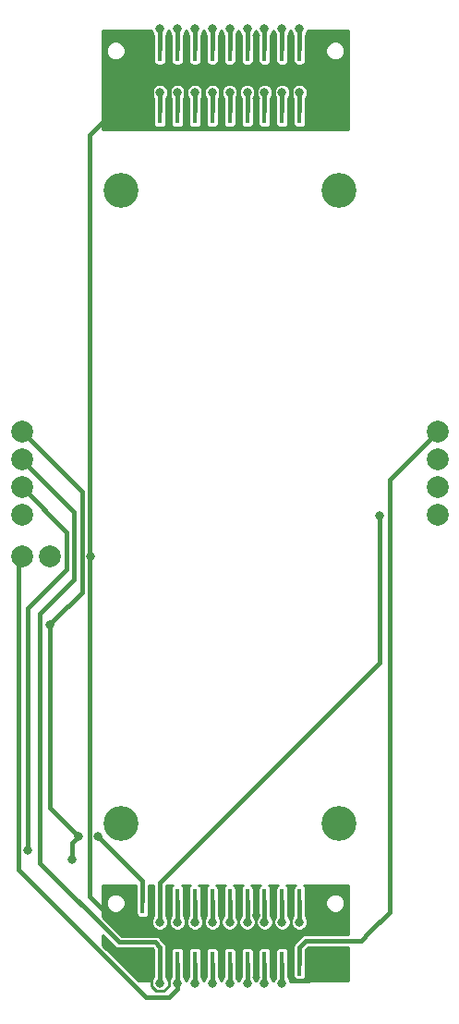
<source format=gbr>
G04 #@! TF.GenerationSoftware,KiCad,Pcbnew,5.0.2-bee76a0~70~ubuntu18.04.1*
G04 #@! TF.CreationDate,2019-05-09T10:07:15+02:00*
G04 #@! TF.ProjectId,smartcard,736d6172-7463-4617-9264-2e6b69636164,rev?*
G04 #@! TF.SameCoordinates,Original*
G04 #@! TF.FileFunction,Copper,L2,Bot*
G04 #@! TF.FilePolarity,Positive*
%FSLAX46Y46*%
G04 Gerber Fmt 4.6, Leading zero omitted, Abs format (unit mm)*
G04 Created by KiCad (PCBNEW 5.0.2-bee76a0~70~ubuntu18.04.1) date jeu. 09 mai 2019 10:07:15 CEST*
%MOMM*%
%LPD*%
G01*
G04 APERTURE LIST*
G04 #@! TA.AperFunction,ComponentPad*
%ADD10C,3.200000*%
G04 #@! TD*
G04 #@! TA.AperFunction,ComponentPad*
%ADD11C,2.000000*%
G04 #@! TD*
G04 #@! TA.AperFunction,SMDPad,CuDef*
%ADD12R,4.700000X0.430000*%
G04 #@! TD*
G04 #@! TA.AperFunction,SMDPad,CuDef*
%ADD13R,2.540000X0.430000*%
G04 #@! TD*
G04 #@! TA.AperFunction,SMDPad,CuDef*
%ADD14R,0.410000X2.270000*%
G04 #@! TD*
G04 #@! TA.AperFunction,ViaPad*
%ADD15C,0.800000*%
G04 #@! TD*
G04 #@! TA.AperFunction,Conductor*
%ADD16C,0.400000*%
G04 #@! TD*
G04 #@! TA.AperFunction,Conductor*
%ADD17C,0.250000*%
G04 #@! TD*
G04 #@! TA.AperFunction,Conductor*
%ADD18C,0.254000*%
G04 #@! TD*
G04 APERTURE END LIST*
D10*
G04 #@! TO.P,U1,~*
G04 #@! TO.N,N/C*
X122151017Y-133011027D03*
X102151017Y-133011027D03*
X102151017Y-75011027D03*
X122151017Y-75011027D03*
D11*
G04 #@! TO.P,U1,5*
G04 #@! TO.N,GNDA*
X131201017Y-97131027D03*
G04 #@! TO.P,U1,6*
G04 #@! TO.N,Net-(U1-Pad6)*
X131201017Y-99671027D03*
G04 #@! TO.P,U1,7*
G04 #@! TO.N,/D0_IO*
X131201017Y-102211027D03*
G04 #@! TO.P,U1,8*
G04 #@! TO.N,Net-(U1-Pad8)*
X131201017Y-104751027D03*
G04 #@! TO.P,U1,1*
G04 #@! TO.N,+3V3*
X93101017Y-97131027D03*
G04 #@! TO.P,U1,2*
G04 #@! TO.N,/D1_~RST~*
X93101017Y-99671027D03*
G04 #@! TO.P,U1,3*
G04 #@! TO.N,/D2_CLK*
X93101017Y-102211027D03*
G04 #@! TO.P,U1,4*
G04 #@! TO.N,Net-(U1-Pad4)*
X93101017Y-104751027D03*
G04 #@! TO.P,U1,9*
G04 #@! TO.N,/D3_SENSE*
X93101017Y-108561027D03*
G04 #@! TO.P,U1,10*
G04 #@! TO.N,GND*
X95641017Y-108561027D03*
G04 #@! TD*
D12*
G04 #@! TO.P,P2,G3*
G04 #@! TO.N,GND*
X108576017Y-64876027D03*
G04 #@! TO.P,P2,G2*
X114926017Y-64876027D03*
D13*
G04 #@! TO.P,P2,G4*
X103686017Y-64876027D03*
D14*
G04 #@! TO.P,P2,38*
X104951017Y-62011027D03*
G04 #@! TO.P,P2,34*
X106551017Y-62011027D03*
G04 #@! TO.P,P2,36*
G04 #@! TO.N,Net-(P2-Pad36)*
X105751017Y-62011027D03*
G04 #@! TO.P,P2,40*
G04 #@! TO.N,GND*
X104151017Y-62011027D03*
G04 #@! TO.P,P2,32*
G04 #@! TO.N,Net-(P2-Pad32)*
X107351017Y-62011027D03*
G04 #@! TO.P,P2,35*
G04 #@! TO.N,Net-(P2-Pad35)*
X105751017Y-67741027D03*
G04 #@! TO.P,P2,33*
G04 #@! TO.N,GND*
X106551017Y-67741027D03*
G04 #@! TO.P,P2,31*
G04 #@! TO.N,Net-(P2-Pad31)*
X107351017Y-67741027D03*
G04 #@! TO.P,P2,37*
G04 #@! TO.N,GND*
X104951017Y-67741027D03*
G04 #@! TO.P,P2,39*
X104151017Y-67741027D03*
D13*
G04 #@! TO.P,P2,G1*
X119816017Y-64876027D03*
D14*
G04 #@! TO.P,P2,18*
X112951017Y-62011027D03*
G04 #@! TO.P,P2,26*
X109751017Y-62011027D03*
G04 #@! TO.P,P2,14*
X114551017Y-62011027D03*
G04 #@! TO.P,P2,6*
X117751017Y-62011027D03*
G04 #@! TO.P,P2,20*
G04 #@! TO.N,Net-(P2-Pad20)*
X112151017Y-62011027D03*
G04 #@! TO.P,P2,2*
G04 #@! TO.N,GND*
X119351017Y-62011027D03*
G04 #@! TO.P,P2,24*
G04 #@! TO.N,Net-(P2-Pad24)*
X110551017Y-62011027D03*
G04 #@! TO.P,P2,12*
G04 #@! TO.N,Net-(P2-Pad12)*
X115351017Y-62011027D03*
G04 #@! TO.P,P2,16*
G04 #@! TO.N,Net-(P2-Pad16)*
X113751017Y-62011027D03*
G04 #@! TO.P,P2,4*
G04 #@! TO.N,Net-(P2-Pad4)*
X118551017Y-62011027D03*
G04 #@! TO.P,P2,22*
G04 #@! TO.N,GND*
X111351017Y-62011027D03*
G04 #@! TO.P,P2,8*
G04 #@! TO.N,Net-(P2-Pad8)*
X116951017Y-62011027D03*
G04 #@! TO.P,P2,28*
G04 #@! TO.N,Net-(P2-Pad28)*
X108951017Y-62011027D03*
G04 #@! TO.P,P2,30*
G04 #@! TO.N,GND*
X108151017Y-62011027D03*
G04 #@! TO.P,P2,10*
X116151017Y-62011027D03*
G04 #@! TO.P,P2,27*
G04 #@! TO.N,Net-(P2-Pad27)*
X108951017Y-67741027D03*
G04 #@! TO.P,P2,23*
G04 #@! TO.N,Net-(P2-Pad23)*
X110551017Y-67741027D03*
G04 #@! TO.P,P2,29*
G04 #@! TO.N,GND*
X108151017Y-67741027D03*
G04 #@! TO.P,P2,21*
X111351017Y-67741027D03*
G04 #@! TO.P,P2,25*
X109751017Y-67741027D03*
G04 #@! TO.P,P2,15*
G04 #@! TO.N,Net-(P2-Pad15)*
X113751017Y-67741027D03*
G04 #@! TO.P,P2,11*
G04 #@! TO.N,Net-(P2-Pad11)*
X115351017Y-67741027D03*
G04 #@! TO.P,P2,13*
G04 #@! TO.N,GND*
X114551017Y-67741027D03*
G04 #@! TO.P,P2,17*
X112951017Y-67741027D03*
G04 #@! TO.P,P2,19*
G04 #@! TO.N,Net-(P2-Pad19)*
X112151017Y-67741027D03*
G04 #@! TO.P,P2,9*
G04 #@! TO.N,GND*
X116151017Y-67741027D03*
G04 #@! TO.P,P2,5*
X117751017Y-67741027D03*
G04 #@! TO.P,P2,7*
G04 #@! TO.N,Net-(P2-Pad7)*
X116951017Y-67741027D03*
G04 #@! TO.P,P2,1*
G04 #@! TO.N,GND*
X119351017Y-67741027D03*
G04 #@! TO.P,P2,3*
G04 #@! TO.N,Net-(P2-Pad3)*
X118551017Y-67741027D03*
G04 #@! TD*
D12*
G04 #@! TO.P,P1,G3*
G04 #@! TO.N,GND*
X108576017Y-142976027D03*
G04 #@! TO.P,P1,G2*
X114926017Y-142976027D03*
D13*
G04 #@! TO.P,P1,G4*
X103686017Y-142976027D03*
D14*
G04 #@! TO.P,P1,38*
X104951017Y-140111027D03*
G04 #@! TO.P,P1,34*
X106551017Y-140111027D03*
G04 #@! TO.P,P1,36*
G04 #@! TO.N,/D0_IO*
X105751017Y-140111027D03*
G04 #@! TO.P,P1,40*
G04 #@! TO.N,+3V3*
X104151017Y-140111027D03*
G04 #@! TO.P,P1,32*
G04 #@! TO.N,/D2_CLK*
X107351017Y-140111027D03*
G04 #@! TO.P,P1,35*
G04 #@! TO.N,/D1_~RST~*
X105751017Y-145841027D03*
G04 #@! TO.P,P1,33*
G04 #@! TO.N,GND*
X106551017Y-145841027D03*
G04 #@! TO.P,P1,31*
G04 #@! TO.N,/D3_SENSE*
X107351017Y-145841027D03*
G04 #@! TO.P,P1,37*
G04 #@! TO.N,GND*
X104951017Y-145841027D03*
G04 #@! TO.P,P1,39*
X104151017Y-145841027D03*
D13*
G04 #@! TO.P,P1,G1*
X119816017Y-142976027D03*
D14*
G04 #@! TO.P,P1,18*
X112951017Y-140111027D03*
G04 #@! TO.P,P1,26*
X109751017Y-140111027D03*
G04 #@! TO.P,P1,14*
X114551017Y-140111027D03*
G04 #@! TO.P,P1,6*
X117751017Y-140111027D03*
G04 #@! TO.P,P1,20*
G04 #@! TO.N,Net-(P1-Pad20)*
X112151017Y-140111027D03*
G04 #@! TO.P,P1,2*
G04 #@! TO.N,GND*
X119351017Y-140111027D03*
G04 #@! TO.P,P1,24*
G04 #@! TO.N,Net-(P1-Pad24)*
X110551017Y-140111027D03*
G04 #@! TO.P,P1,12*
G04 #@! TO.N,Net-(P1-Pad12)*
X115351017Y-140111027D03*
G04 #@! TO.P,P1,16*
G04 #@! TO.N,Net-(P1-Pad16)*
X113751017Y-140111027D03*
G04 #@! TO.P,P1,4*
G04 #@! TO.N,Net-(P1-Pad4)*
X118551017Y-140111027D03*
G04 #@! TO.P,P1,22*
G04 #@! TO.N,GND*
X111351017Y-140111027D03*
G04 #@! TO.P,P1,8*
G04 #@! TO.N,Net-(P1-Pad8)*
X116951017Y-140111027D03*
G04 #@! TO.P,P1,28*
G04 #@! TO.N,Net-(P1-Pad28)*
X108951017Y-140111027D03*
G04 #@! TO.P,P1,30*
G04 #@! TO.N,GND*
X108151017Y-140111027D03*
G04 #@! TO.P,P1,10*
X116151017Y-140111027D03*
G04 #@! TO.P,P1,27*
G04 #@! TO.N,Net-(P1-Pad27)*
X108951017Y-145841027D03*
G04 #@! TO.P,P1,23*
G04 #@! TO.N,Net-(P1-Pad23)*
X110551017Y-145841027D03*
G04 #@! TO.P,P1,29*
G04 #@! TO.N,GND*
X108151017Y-145841027D03*
G04 #@! TO.P,P1,21*
X111351017Y-145841027D03*
G04 #@! TO.P,P1,25*
X109751017Y-145841027D03*
G04 #@! TO.P,P1,15*
G04 #@! TO.N,Net-(P1-Pad15)*
X113751017Y-145841027D03*
G04 #@! TO.P,P1,11*
G04 #@! TO.N,Net-(P1-Pad11)*
X115351017Y-145841027D03*
G04 #@! TO.P,P1,13*
G04 #@! TO.N,GND*
X114551017Y-145841027D03*
G04 #@! TO.P,P1,17*
X112951017Y-145841027D03*
G04 #@! TO.P,P1,19*
G04 #@! TO.N,Net-(P1-Pad19)*
X112151017Y-145841027D03*
G04 #@! TO.P,P1,9*
G04 #@! TO.N,GND*
X116151017Y-145841027D03*
G04 #@! TO.P,P1,5*
X117751017Y-145841027D03*
G04 #@! TO.P,P1,7*
G04 #@! TO.N,Net-(P1-Pad7)*
X116951017Y-145841027D03*
G04 #@! TO.P,P1,1*
G04 #@! TO.N,GND*
X119351017Y-145841027D03*
G04 #@! TO.P,P1,3*
G04 #@! TO.N,GNDA*
X118551017Y-145841027D03*
G04 #@! TD*
D15*
G04 #@! TO.N,Net-(P1-Pad7)*
X116951017Y-147611027D03*
G04 #@! TO.N,Net-(P1-Pad19)*
X112151017Y-147611027D03*
G04 #@! TO.N,Net-(P1-Pad11)*
X115351017Y-147611027D03*
G04 #@! TO.N,Net-(P1-Pad15)*
X113751017Y-147611027D03*
G04 #@! TO.N,Net-(P1-Pad23)*
X110551017Y-147611027D03*
G04 #@! TO.N,Net-(P1-Pad27)*
X108951017Y-147611027D03*
G04 #@! TO.N,Net-(P1-Pad28)*
X108951017Y-142011027D03*
G04 #@! TO.N,Net-(P1-Pad8)*
X116951017Y-142011027D03*
G04 #@! TO.N,Net-(P1-Pad4)*
X118551017Y-142011027D03*
G04 #@! TO.N,Net-(P1-Pad16)*
X113751017Y-142011027D03*
G04 #@! TO.N,Net-(P1-Pad12)*
X115351017Y-142011027D03*
G04 #@! TO.N,Net-(P1-Pad24)*
X110551017Y-142011027D03*
G04 #@! TO.N,Net-(P1-Pad20)*
X112151017Y-142011027D03*
G04 #@! TO.N,+3V3*
X95641017Y-114784027D03*
X98270017Y-134215027D03*
X97701017Y-136285023D03*
X100101027Y-134215027D03*
G04 #@! TO.N,Net-(P2-Pad36)*
X105751017Y-60211027D03*
G04 #@! TO.N,Net-(P2-Pad32)*
X107351017Y-60211027D03*
G04 #@! TO.N,Net-(P2-Pad35)*
X105751017Y-66011027D03*
G04 #@! TO.N,Net-(P2-Pad31)*
X107351017Y-66011027D03*
G04 #@! TO.N,Net-(P2-Pad20)*
X112151017Y-60211027D03*
G04 #@! TO.N,Net-(P2-Pad24)*
X110551017Y-60211027D03*
G04 #@! TO.N,Net-(P2-Pad12)*
X115351017Y-60211027D03*
G04 #@! TO.N,Net-(P2-Pad16)*
X113751017Y-60211027D03*
G04 #@! TO.N,Net-(P2-Pad4)*
X118551017Y-60211027D03*
G04 #@! TO.N,Net-(P2-Pad8)*
X116951017Y-60211027D03*
G04 #@! TO.N,Net-(P2-Pad28)*
X108951017Y-60211027D03*
G04 #@! TO.N,Net-(P2-Pad27)*
X108951017Y-66011027D03*
G04 #@! TO.N,Net-(P2-Pad23)*
X110551017Y-66011027D03*
G04 #@! TO.N,Net-(P2-Pad15)*
X113751017Y-66011027D03*
G04 #@! TO.N,Net-(P2-Pad11)*
X115351017Y-66011027D03*
G04 #@! TO.N,Net-(P2-Pad19)*
X112151017Y-66011027D03*
G04 #@! TO.N,Net-(P2-Pad7)*
X116951017Y-66011027D03*
G04 #@! TO.N,Net-(P2-Pad3)*
X118551017Y-66011027D03*
G04 #@! TO.N,GND*
X99401017Y-108531027D03*
G04 #@! TO.N,/D0_IO*
X105751017Y-142011027D03*
X125901017Y-104831027D03*
G04 #@! TO.N,/D2_CLK*
X107351017Y-142011027D03*
X93609017Y-135485023D03*
G04 #@! TO.N,/D1_~RST~*
X105751017Y-147611027D03*
G04 #@! TO.N,/D3_SENSE*
X107351017Y-147611027D03*
G04 #@! TD*
D16*
G04 #@! TO.N,GNDA*
X118551017Y-145841027D02*
X118551017Y-144306027D01*
X125001017Y-142931027D02*
X124201017Y-143731027D01*
X119126017Y-143731027D02*
X118551017Y-144306027D01*
X124201017Y-143731027D02*
X119126017Y-143731027D01*
X131201017Y-97131027D02*
X126801017Y-101531027D01*
X126801017Y-141131027D02*
X125001017Y-142931027D01*
X126801017Y-101531027D02*
X126801017Y-141131027D01*
G04 #@! TO.N,Net-(P1-Pad7)*
X116951017Y-145841027D02*
X116951017Y-147611027D01*
G04 #@! TO.N,Net-(P1-Pad19)*
X112151017Y-145841027D02*
X112151017Y-147611027D01*
G04 #@! TO.N,Net-(P1-Pad11)*
X115351017Y-145841027D02*
X115351017Y-147611027D01*
G04 #@! TO.N,Net-(P1-Pad15)*
X113751017Y-145841027D02*
X113751017Y-147611027D01*
G04 #@! TO.N,Net-(P1-Pad23)*
X110551017Y-145841027D02*
X110551017Y-147611027D01*
G04 #@! TO.N,Net-(P1-Pad27)*
X108951017Y-145841027D02*
X108951017Y-147611027D01*
G04 #@! TO.N,Net-(P1-Pad28)*
X108951017Y-140111027D02*
X108951017Y-142011027D01*
G04 #@! TO.N,Net-(P1-Pad8)*
X116951017Y-140111027D02*
X116951017Y-142011027D01*
G04 #@! TO.N,Net-(P1-Pad4)*
X118551017Y-140111027D02*
X118551017Y-142011027D01*
G04 #@! TO.N,Net-(P1-Pad16)*
X113751017Y-140111027D02*
X113751017Y-142011027D01*
G04 #@! TO.N,Net-(P1-Pad12)*
X115351017Y-140111027D02*
X115351017Y-142011027D01*
G04 #@! TO.N,Net-(P1-Pad24)*
X110551017Y-140111027D02*
X110551017Y-142011027D01*
G04 #@! TO.N,Net-(P1-Pad20)*
X112151017Y-140111027D02*
X112151017Y-142011027D01*
G04 #@! TO.N,+3V3*
X104151017Y-140111027D02*
X104151017Y-139181027D01*
X95641017Y-131586027D02*
X95641017Y-129770027D01*
X98270017Y-134215027D02*
X95641017Y-131586027D01*
X95641017Y-130066027D02*
X95641017Y-129770027D01*
X95641017Y-129770027D02*
X95641017Y-114784027D01*
X97701017Y-134784027D02*
X98270017Y-134215027D01*
X97701017Y-136285023D02*
X97701017Y-134784027D01*
X104151017Y-138265017D02*
X100501026Y-134615026D01*
X100501026Y-134615026D02*
X100101027Y-134215027D01*
X104151017Y-140111027D02*
X104151017Y-138265017D01*
X96041016Y-114384028D02*
X95641017Y-114784027D01*
X98601017Y-111824027D02*
X96041016Y-114384028D01*
X93101017Y-97131027D02*
X98601017Y-102631027D01*
X98601017Y-102631027D02*
X98601017Y-111824027D01*
G04 #@! TO.N,Net-(P2-Pad36)*
X105751017Y-62011027D02*
X105751017Y-60211027D01*
G04 #@! TO.N,Net-(P2-Pad32)*
X107351017Y-62011027D02*
X107351017Y-60211027D01*
G04 #@! TO.N,Net-(P2-Pad35)*
X105751017Y-67741027D02*
X105751017Y-66011027D01*
G04 #@! TO.N,Net-(P2-Pad31)*
X107351017Y-67741027D02*
X107351017Y-66011027D01*
G04 #@! TO.N,Net-(P2-Pad20)*
X112151017Y-62011027D02*
X112151017Y-60211027D01*
G04 #@! TO.N,Net-(P2-Pad24)*
X110551017Y-62011027D02*
X110551017Y-60211027D01*
G04 #@! TO.N,Net-(P2-Pad12)*
X115351017Y-62011027D02*
X115351017Y-60211027D01*
G04 #@! TO.N,Net-(P2-Pad16)*
X113751017Y-62011027D02*
X113751017Y-60211027D01*
G04 #@! TO.N,Net-(P2-Pad4)*
X118551017Y-62011027D02*
X118551017Y-60211027D01*
G04 #@! TO.N,Net-(P2-Pad8)*
X116951017Y-62011027D02*
X116951017Y-60211027D01*
G04 #@! TO.N,Net-(P2-Pad28)*
X108951017Y-62011027D02*
X108951017Y-60211027D01*
G04 #@! TO.N,Net-(P2-Pad27)*
X108951017Y-67741027D02*
X108951017Y-66011027D01*
G04 #@! TO.N,Net-(P2-Pad23)*
X110551017Y-67741027D02*
X110551017Y-66011027D01*
G04 #@! TO.N,Net-(P2-Pad15)*
X113751017Y-67741027D02*
X113751017Y-66011027D01*
G04 #@! TO.N,Net-(P2-Pad11)*
X115351017Y-67741027D02*
X115351017Y-66011027D01*
G04 #@! TO.N,Net-(P2-Pad19)*
X112151017Y-67741027D02*
X112151017Y-66011027D01*
G04 #@! TO.N,Net-(P2-Pad7)*
X116951017Y-67741027D02*
X116951017Y-66011027D01*
G04 #@! TO.N,Net-(P2-Pad3)*
X118551017Y-67741027D02*
X118551017Y-66011027D01*
G04 #@! TO.N,GND*
X104151017Y-62011027D02*
X104151017Y-67741027D01*
X106551017Y-65627025D02*
X106551017Y-62011027D01*
X106551017Y-67741027D02*
X106551017Y-65627025D01*
X108151017Y-67741027D02*
X108151017Y-62011027D01*
X109751017Y-67741027D02*
X109751017Y-66011027D01*
X109751017Y-66011027D02*
X109751017Y-62011027D01*
X111351017Y-67741027D02*
X111351017Y-62011027D01*
X112951017Y-66811027D02*
X112951017Y-62011027D01*
X112951017Y-67741027D02*
X112951017Y-66811027D01*
X114551017Y-67741027D02*
X114551017Y-62011027D01*
X116151017Y-67741027D02*
X116151017Y-62011027D01*
X117751017Y-67741027D02*
X117751017Y-62011027D01*
X119351017Y-67741027D02*
X119351017Y-62611027D01*
X109751017Y-140111027D02*
X109751017Y-141211027D01*
X119351016Y-147376028D02*
X117751017Y-147376027D01*
X117751017Y-147376027D02*
X117751017Y-145841027D01*
X119351017Y-145841027D02*
X119351016Y-147376028D01*
D17*
X104886017Y-64876027D02*
X104951017Y-64811027D01*
X103686017Y-64876027D02*
X104886017Y-64876027D01*
D16*
X104951017Y-62011027D02*
X104951017Y-64811027D01*
X104951017Y-64811027D02*
X104951017Y-67741027D01*
X108576017Y-64876027D02*
X103686017Y-64876027D01*
X103686017Y-142976027D02*
X104916017Y-142976027D01*
X104916017Y-142976027D02*
X104951017Y-143011027D01*
X114926017Y-142976027D02*
X115570019Y-142976027D01*
X114926017Y-142976027D02*
X112176017Y-142976027D01*
D17*
X104951017Y-147226027D02*
X104951017Y-145841027D01*
X104951017Y-147884029D02*
X104951017Y-147226027D01*
X105403016Y-148336028D02*
X104951017Y-147884029D01*
X106099018Y-148336028D02*
X105403016Y-148336028D01*
X106551017Y-147884029D02*
X106099018Y-148336028D01*
X106551017Y-145841027D02*
X106551017Y-147884029D01*
D16*
X99301017Y-108631027D02*
X99401017Y-108531027D01*
X99301017Y-139646027D02*
X99301017Y-108631027D01*
X103686017Y-142976027D02*
X102631017Y-142976027D01*
X102631017Y-142976027D02*
X99301017Y-139646027D01*
X103686017Y-65491027D02*
X103686017Y-64876027D01*
X99301017Y-69876027D02*
X103686017Y-65491027D01*
X99401017Y-108531027D02*
X99301017Y-108431027D01*
X99301017Y-108431027D02*
X99301017Y-69876027D01*
G04 #@! TO.N,/D0_IO*
X105751017Y-140111027D02*
X105751017Y-142011027D01*
X125901017Y-112931027D02*
X125901017Y-104831027D01*
X125901017Y-118231027D02*
X125901017Y-112931027D01*
X105751017Y-140111027D02*
X105751017Y-138381027D01*
X105751017Y-138381027D02*
X125901017Y-118231027D01*
G04 #@! TO.N,/D2_CLK*
X107351017Y-140111027D02*
X107351017Y-142011027D01*
X93609017Y-134919338D02*
X93609017Y-135485023D01*
X97201017Y-109708485D02*
X93609017Y-113300485D01*
X93101017Y-102211027D02*
X97201017Y-106311027D01*
X93609017Y-113300485D02*
X93609017Y-134919338D01*
X97201017Y-106311027D02*
X97201017Y-109708485D01*
G04 #@! TO.N,/D1_~RST~*
X105751017Y-145841027D02*
X105751017Y-147611027D01*
X94101016Y-100671026D02*
X93101017Y-99671027D01*
X97901017Y-104471027D02*
X94101016Y-100671026D01*
X97901017Y-110631027D02*
X97901017Y-104471027D01*
X105751017Y-145841027D02*
X105751017Y-144306027D01*
X94752017Y-136628027D02*
X94752017Y-113780027D01*
X105312017Y-143867027D02*
X101991017Y-143867027D01*
X94752017Y-113780027D02*
X97901017Y-110631027D01*
X105751017Y-144306027D02*
X105312017Y-143867027D01*
X101991017Y-143867027D02*
X94752017Y-136628027D01*
G04 #@! TO.N,/D3_SENSE*
X107351017Y-145841027D02*
X107351017Y-147611027D01*
X107351017Y-148181027D02*
X106601017Y-148931027D01*
X107351017Y-145841027D02*
X107351017Y-148181027D01*
X93101017Y-108731027D02*
X93101017Y-108561027D01*
X106601017Y-148931027D02*
X104501017Y-148931027D01*
X104501017Y-148931027D02*
X92801017Y-137231027D01*
X92801017Y-109031027D02*
X93101017Y-108731027D01*
X92801017Y-137231027D02*
X92801017Y-109031027D01*
G04 #@! TD*
D18*
G04 #@! TO.N,GND*
G36*
X101539727Y-144237395D02*
X101572140Y-144285904D01*
X101620649Y-144318317D01*
X101620650Y-144318318D01*
X101764322Y-144414317D01*
X101933795Y-144448027D01*
X101933799Y-144448027D01*
X101991017Y-144459408D01*
X102048235Y-144448027D01*
X105071360Y-144448027D01*
X105170018Y-144546685D01*
X105170018Y-144643362D01*
X105157553Y-144706027D01*
X105157553Y-146976027D01*
X105170018Y-147038691D01*
X105170018Y-147087525D01*
X105088917Y-147168626D01*
X104999695Y-147384027D01*
X103775675Y-147384027D01*
X100528017Y-144136369D01*
X100528017Y-143225685D01*
X101539727Y-144237395D01*
X101539727Y-144237395D01*
G37*
X101539727Y-144237395D02*
X101572140Y-144285904D01*
X101620649Y-144318317D01*
X101620650Y-144318318D01*
X101764322Y-144414317D01*
X101933795Y-144448027D01*
X101933799Y-144448027D01*
X101991017Y-144459408D01*
X102048235Y-144448027D01*
X105071360Y-144448027D01*
X105170018Y-144546685D01*
X105170018Y-144643362D01*
X105157553Y-144706027D01*
X105157553Y-146976027D01*
X105170018Y-147038691D01*
X105170018Y-147087525D01*
X105088917Y-147168626D01*
X104999695Y-147384027D01*
X103775675Y-147384027D01*
X100528017Y-144136369D01*
X100528017Y-143225685D01*
X101539727Y-144237395D01*
G36*
X103570018Y-138913363D02*
X103557553Y-138976027D01*
X103557553Y-141246027D01*
X103587123Y-141394686D01*
X103671331Y-141520713D01*
X103797358Y-141604921D01*
X103946017Y-141634491D01*
X104356017Y-141634491D01*
X104504676Y-141604921D01*
X104630703Y-141520713D01*
X104714911Y-141394686D01*
X104744481Y-141246027D01*
X104744481Y-138976027D01*
X104732017Y-138913366D01*
X104732017Y-138638027D01*
X105170018Y-138638027D01*
X105170018Y-138913363D01*
X105157553Y-138976027D01*
X105157553Y-141246027D01*
X105170018Y-141308691D01*
X105170018Y-141487525D01*
X105088917Y-141568626D01*
X104970017Y-141855676D01*
X104970017Y-142166378D01*
X105088917Y-142453428D01*
X105308616Y-142673127D01*
X105595666Y-142792027D01*
X105906368Y-142792027D01*
X106193418Y-142673127D01*
X106413117Y-142453428D01*
X106532017Y-142166378D01*
X106532017Y-141855676D01*
X106413117Y-141568626D01*
X106332017Y-141487526D01*
X106332017Y-141308688D01*
X106344481Y-141246027D01*
X106344481Y-138976027D01*
X106332017Y-138913366D01*
X106332017Y-138638027D01*
X106966088Y-138638027D01*
X106871331Y-138701341D01*
X106787123Y-138827368D01*
X106757553Y-138976027D01*
X106757553Y-141246027D01*
X106770018Y-141308691D01*
X106770018Y-141487525D01*
X106688917Y-141568626D01*
X106570017Y-141855676D01*
X106570017Y-142166378D01*
X106688917Y-142453428D01*
X106908616Y-142673127D01*
X107195666Y-142792027D01*
X107506368Y-142792027D01*
X107793418Y-142673127D01*
X108013117Y-142453428D01*
X108132017Y-142166378D01*
X108132017Y-141855676D01*
X108013117Y-141568626D01*
X107932017Y-141487526D01*
X107932017Y-141308688D01*
X107944481Y-141246027D01*
X107944481Y-138976027D01*
X107914911Y-138827368D01*
X107830703Y-138701341D01*
X107735946Y-138638027D01*
X108566088Y-138638027D01*
X108471331Y-138701341D01*
X108387123Y-138827368D01*
X108357553Y-138976027D01*
X108357553Y-141246027D01*
X108370018Y-141308691D01*
X108370018Y-141487525D01*
X108288917Y-141568626D01*
X108170017Y-141855676D01*
X108170017Y-142166378D01*
X108288917Y-142453428D01*
X108508616Y-142673127D01*
X108795666Y-142792027D01*
X109106368Y-142792027D01*
X109393418Y-142673127D01*
X109613117Y-142453428D01*
X109732017Y-142166378D01*
X109732017Y-141855676D01*
X109613117Y-141568626D01*
X109532017Y-141487526D01*
X109532017Y-141308688D01*
X109544481Y-141246027D01*
X109544481Y-138976027D01*
X109514911Y-138827368D01*
X109430703Y-138701341D01*
X109335946Y-138638027D01*
X110166088Y-138638027D01*
X110071331Y-138701341D01*
X109987123Y-138827368D01*
X109957553Y-138976027D01*
X109957553Y-141246027D01*
X109970018Y-141308691D01*
X109970018Y-141487525D01*
X109888917Y-141568626D01*
X109770017Y-141855676D01*
X109770017Y-142166378D01*
X109888917Y-142453428D01*
X110108616Y-142673127D01*
X110395666Y-142792027D01*
X110706368Y-142792027D01*
X110993418Y-142673127D01*
X111213117Y-142453428D01*
X111332017Y-142166378D01*
X111332017Y-141855676D01*
X111213117Y-141568626D01*
X111132017Y-141487526D01*
X111132017Y-141308688D01*
X111144481Y-141246027D01*
X111144481Y-138976027D01*
X111114911Y-138827368D01*
X111030703Y-138701341D01*
X110935946Y-138638027D01*
X111766088Y-138638027D01*
X111671331Y-138701341D01*
X111587123Y-138827368D01*
X111557553Y-138976027D01*
X111557553Y-141246027D01*
X111570018Y-141308691D01*
X111570018Y-141487525D01*
X111488917Y-141568626D01*
X111370017Y-141855676D01*
X111370017Y-142166378D01*
X111488917Y-142453428D01*
X111708616Y-142673127D01*
X111995666Y-142792027D01*
X112306368Y-142792027D01*
X112593418Y-142673127D01*
X112813117Y-142453428D01*
X112932017Y-142166378D01*
X112932017Y-141855676D01*
X112813117Y-141568626D01*
X112732017Y-141487526D01*
X112732017Y-141308688D01*
X112744481Y-141246027D01*
X112744481Y-138976027D01*
X112714911Y-138827368D01*
X112630703Y-138701341D01*
X112535946Y-138638027D01*
X113366088Y-138638027D01*
X113271331Y-138701341D01*
X113187123Y-138827368D01*
X113157553Y-138976027D01*
X113157553Y-141246027D01*
X113170018Y-141308691D01*
X113170018Y-141487525D01*
X113088917Y-141568626D01*
X112970017Y-141855676D01*
X112970017Y-142166378D01*
X113088917Y-142453428D01*
X113308616Y-142673127D01*
X113595666Y-142792027D01*
X113906368Y-142792027D01*
X114193418Y-142673127D01*
X114413117Y-142453428D01*
X114532017Y-142166378D01*
X114532017Y-141855676D01*
X114413117Y-141568626D01*
X114332017Y-141487526D01*
X114332017Y-141308688D01*
X114344481Y-141246027D01*
X114344481Y-138976027D01*
X114314911Y-138827368D01*
X114230703Y-138701341D01*
X114135946Y-138638027D01*
X114966088Y-138638027D01*
X114871331Y-138701341D01*
X114787123Y-138827368D01*
X114757553Y-138976027D01*
X114757553Y-141246027D01*
X114770018Y-141308691D01*
X114770018Y-141487525D01*
X114688917Y-141568626D01*
X114570017Y-141855676D01*
X114570017Y-142166378D01*
X114688917Y-142453428D01*
X114908616Y-142673127D01*
X115195666Y-142792027D01*
X115506368Y-142792027D01*
X115793418Y-142673127D01*
X116013117Y-142453428D01*
X116132017Y-142166378D01*
X116132017Y-141855676D01*
X116013117Y-141568626D01*
X115932017Y-141487526D01*
X115932017Y-141308688D01*
X115944481Y-141246027D01*
X115944481Y-138976027D01*
X115914911Y-138827368D01*
X115830703Y-138701341D01*
X115735946Y-138638027D01*
X116566088Y-138638027D01*
X116471331Y-138701341D01*
X116387123Y-138827368D01*
X116357553Y-138976027D01*
X116357553Y-141246027D01*
X116370018Y-141308691D01*
X116370018Y-141487525D01*
X116288917Y-141568626D01*
X116170017Y-141855676D01*
X116170017Y-142166378D01*
X116288917Y-142453428D01*
X116508616Y-142673127D01*
X116795666Y-142792027D01*
X117106368Y-142792027D01*
X117393418Y-142673127D01*
X117613117Y-142453428D01*
X117732017Y-142166378D01*
X117732017Y-141855676D01*
X117613117Y-141568626D01*
X117532017Y-141487526D01*
X117532017Y-141308688D01*
X117544481Y-141246027D01*
X117544481Y-138976027D01*
X117514911Y-138827368D01*
X117430703Y-138701341D01*
X117335946Y-138638027D01*
X118166088Y-138638027D01*
X118071331Y-138701341D01*
X117987123Y-138827368D01*
X117957553Y-138976027D01*
X117957553Y-141246027D01*
X117970018Y-141308691D01*
X117970018Y-141487525D01*
X117888917Y-141568626D01*
X117770017Y-141855676D01*
X117770017Y-142166378D01*
X117888917Y-142453428D01*
X118108616Y-142673127D01*
X118395666Y-142792027D01*
X118706368Y-142792027D01*
X118993418Y-142673127D01*
X119213117Y-142453428D01*
X119332017Y-142166378D01*
X119332017Y-141855676D01*
X119213117Y-141568626D01*
X119132017Y-141487526D01*
X119132017Y-141308688D01*
X119144481Y-141246027D01*
X119144481Y-140128796D01*
X120925017Y-140128796D01*
X120925017Y-140483258D01*
X121060663Y-140810738D01*
X121311306Y-141061381D01*
X121638786Y-141197027D01*
X121993248Y-141197027D01*
X122320728Y-141061381D01*
X122571371Y-140810738D01*
X122707017Y-140483258D01*
X122707017Y-140128796D01*
X122571371Y-139801316D01*
X122320728Y-139550673D01*
X121993248Y-139415027D01*
X121638786Y-139415027D01*
X121311306Y-139550673D01*
X121060663Y-139801316D01*
X120925017Y-140128796D01*
X119144481Y-140128796D01*
X119144481Y-138976027D01*
X119114911Y-138827368D01*
X119030703Y-138701341D01*
X118935946Y-138638027D01*
X123024017Y-138638027D01*
X123024017Y-143150027D01*
X119183235Y-143150027D01*
X119126017Y-143138646D01*
X119068799Y-143150027D01*
X119068795Y-143150027D01*
X118899322Y-143183737D01*
X118755650Y-143279736D01*
X118755649Y-143279737D01*
X118707140Y-143312150D01*
X118674727Y-143360659D01*
X118180649Y-143854737D01*
X118132141Y-143887150D01*
X118099728Y-143935659D01*
X118099726Y-143935661D01*
X118003727Y-144079333D01*
X117958636Y-144306027D01*
X117970018Y-144363249D01*
X117970018Y-144643362D01*
X117957553Y-144706027D01*
X117957553Y-146976027D01*
X117987123Y-147124686D01*
X118071331Y-147250713D01*
X118197358Y-147334921D01*
X118346017Y-147364491D01*
X118756017Y-147364491D01*
X118904676Y-147334921D01*
X119030703Y-147250713D01*
X119114911Y-147124686D01*
X119144481Y-146976027D01*
X119144481Y-144706027D01*
X119132017Y-144643366D01*
X119132017Y-144546684D01*
X119366675Y-144312027D01*
X123024017Y-144312027D01*
X123024017Y-147384027D01*
X117702339Y-147384027D01*
X117613117Y-147168626D01*
X117532017Y-147087526D01*
X117532017Y-147038688D01*
X117544481Y-146976027D01*
X117544481Y-144706027D01*
X117514911Y-144557368D01*
X117430703Y-144431341D01*
X117304676Y-144347133D01*
X117156017Y-144317563D01*
X116746017Y-144317563D01*
X116597358Y-144347133D01*
X116471331Y-144431341D01*
X116387123Y-144557368D01*
X116357553Y-144706027D01*
X116357553Y-146976027D01*
X116370018Y-147038691D01*
X116370018Y-147087525D01*
X116288917Y-147168626D01*
X116199695Y-147384027D01*
X116102339Y-147384027D01*
X116013117Y-147168626D01*
X115932017Y-147087526D01*
X115932017Y-147038688D01*
X115944481Y-146976027D01*
X115944481Y-144706027D01*
X115914911Y-144557368D01*
X115830703Y-144431341D01*
X115704676Y-144347133D01*
X115556017Y-144317563D01*
X115146017Y-144317563D01*
X114997358Y-144347133D01*
X114871331Y-144431341D01*
X114787123Y-144557368D01*
X114757553Y-144706027D01*
X114757553Y-146976027D01*
X114770018Y-147038691D01*
X114770018Y-147087525D01*
X114688917Y-147168626D01*
X114599695Y-147384027D01*
X114502339Y-147384027D01*
X114413117Y-147168626D01*
X114332017Y-147087526D01*
X114332017Y-147038688D01*
X114344481Y-146976027D01*
X114344481Y-144706027D01*
X114314911Y-144557368D01*
X114230703Y-144431341D01*
X114104676Y-144347133D01*
X113956017Y-144317563D01*
X113546017Y-144317563D01*
X113397358Y-144347133D01*
X113271331Y-144431341D01*
X113187123Y-144557368D01*
X113157553Y-144706027D01*
X113157553Y-146976027D01*
X113170018Y-147038691D01*
X113170018Y-147087525D01*
X113088917Y-147168626D01*
X112999695Y-147384027D01*
X112902339Y-147384027D01*
X112813117Y-147168626D01*
X112732017Y-147087526D01*
X112732017Y-147038688D01*
X112744481Y-146976027D01*
X112744481Y-144706027D01*
X112714911Y-144557368D01*
X112630703Y-144431341D01*
X112504676Y-144347133D01*
X112356017Y-144317563D01*
X111946017Y-144317563D01*
X111797358Y-144347133D01*
X111671331Y-144431341D01*
X111587123Y-144557368D01*
X111557553Y-144706027D01*
X111557553Y-146976027D01*
X111570018Y-147038691D01*
X111570018Y-147087525D01*
X111488917Y-147168626D01*
X111399695Y-147384027D01*
X111302339Y-147384027D01*
X111213117Y-147168626D01*
X111132017Y-147087526D01*
X111132017Y-147038688D01*
X111144481Y-146976027D01*
X111144481Y-144706027D01*
X111114911Y-144557368D01*
X111030703Y-144431341D01*
X110904676Y-144347133D01*
X110756017Y-144317563D01*
X110346017Y-144317563D01*
X110197358Y-144347133D01*
X110071331Y-144431341D01*
X109987123Y-144557368D01*
X109957553Y-144706027D01*
X109957553Y-146976027D01*
X109970018Y-147038691D01*
X109970018Y-147087525D01*
X109888917Y-147168626D01*
X109799695Y-147384027D01*
X109702339Y-147384027D01*
X109613117Y-147168626D01*
X109532017Y-147087526D01*
X109532017Y-147038688D01*
X109544481Y-146976027D01*
X109544481Y-144706027D01*
X109514911Y-144557368D01*
X109430703Y-144431341D01*
X109304676Y-144347133D01*
X109156017Y-144317563D01*
X108746017Y-144317563D01*
X108597358Y-144347133D01*
X108471331Y-144431341D01*
X108387123Y-144557368D01*
X108357553Y-144706027D01*
X108357553Y-146976027D01*
X108370018Y-147038691D01*
X108370018Y-147087525D01*
X108288917Y-147168626D01*
X108199695Y-147384027D01*
X108102339Y-147384027D01*
X108013117Y-147168626D01*
X107932017Y-147087526D01*
X107932017Y-147038688D01*
X107944481Y-146976027D01*
X107944481Y-144706027D01*
X107914911Y-144557368D01*
X107830703Y-144431341D01*
X107704676Y-144347133D01*
X107556017Y-144317563D01*
X107146017Y-144317563D01*
X106997358Y-144347133D01*
X106871331Y-144431341D01*
X106787123Y-144557368D01*
X106757553Y-144706027D01*
X106757553Y-146976027D01*
X106770018Y-147038691D01*
X106770018Y-147087525D01*
X106688917Y-147168626D01*
X106599695Y-147384027D01*
X106502339Y-147384027D01*
X106413117Y-147168626D01*
X106332017Y-147087526D01*
X106332017Y-147038688D01*
X106344481Y-146976027D01*
X106344481Y-144706027D01*
X106332017Y-144643366D01*
X106332017Y-144363245D01*
X106343398Y-144306027D01*
X106332017Y-144248809D01*
X106332017Y-144248805D01*
X106298307Y-144079332D01*
X106217049Y-143957722D01*
X106202308Y-143935660D01*
X106202307Y-143935659D01*
X106169894Y-143887150D01*
X106121385Y-143854737D01*
X105763309Y-143496661D01*
X105730894Y-143448150D01*
X105538712Y-143319737D01*
X105369239Y-143286027D01*
X105369235Y-143286027D01*
X105312017Y-143274646D01*
X105254799Y-143286027D01*
X102231675Y-143286027D01*
X100528017Y-141582369D01*
X100528017Y-140128796D01*
X100795017Y-140128796D01*
X100795017Y-140483258D01*
X100930663Y-140810738D01*
X101181306Y-141061381D01*
X101508786Y-141197027D01*
X101863248Y-141197027D01*
X102190728Y-141061381D01*
X102441371Y-140810738D01*
X102577017Y-140483258D01*
X102577017Y-140128796D01*
X102441371Y-139801316D01*
X102190728Y-139550673D01*
X101863248Y-139415027D01*
X101508786Y-139415027D01*
X101181306Y-139550673D01*
X100930663Y-139801316D01*
X100795017Y-140128796D01*
X100528017Y-140128796D01*
X100528017Y-138638027D01*
X103570018Y-138638027D01*
X103570018Y-138913363D01*
X103570018Y-138913363D01*
G37*
X103570018Y-138913363D02*
X103557553Y-138976027D01*
X103557553Y-141246027D01*
X103587123Y-141394686D01*
X103671331Y-141520713D01*
X103797358Y-141604921D01*
X103946017Y-141634491D01*
X104356017Y-141634491D01*
X104504676Y-141604921D01*
X104630703Y-141520713D01*
X104714911Y-141394686D01*
X104744481Y-141246027D01*
X104744481Y-138976027D01*
X104732017Y-138913366D01*
X104732017Y-138638027D01*
X105170018Y-138638027D01*
X105170018Y-138913363D01*
X105157553Y-138976027D01*
X105157553Y-141246027D01*
X105170018Y-141308691D01*
X105170018Y-141487525D01*
X105088917Y-141568626D01*
X104970017Y-141855676D01*
X104970017Y-142166378D01*
X105088917Y-142453428D01*
X105308616Y-142673127D01*
X105595666Y-142792027D01*
X105906368Y-142792027D01*
X106193418Y-142673127D01*
X106413117Y-142453428D01*
X106532017Y-142166378D01*
X106532017Y-141855676D01*
X106413117Y-141568626D01*
X106332017Y-141487526D01*
X106332017Y-141308688D01*
X106344481Y-141246027D01*
X106344481Y-138976027D01*
X106332017Y-138913366D01*
X106332017Y-138638027D01*
X106966088Y-138638027D01*
X106871331Y-138701341D01*
X106787123Y-138827368D01*
X106757553Y-138976027D01*
X106757553Y-141246027D01*
X106770018Y-141308691D01*
X106770018Y-141487525D01*
X106688917Y-141568626D01*
X106570017Y-141855676D01*
X106570017Y-142166378D01*
X106688917Y-142453428D01*
X106908616Y-142673127D01*
X107195666Y-142792027D01*
X107506368Y-142792027D01*
X107793418Y-142673127D01*
X108013117Y-142453428D01*
X108132017Y-142166378D01*
X108132017Y-141855676D01*
X108013117Y-141568626D01*
X107932017Y-141487526D01*
X107932017Y-141308688D01*
X107944481Y-141246027D01*
X107944481Y-138976027D01*
X107914911Y-138827368D01*
X107830703Y-138701341D01*
X107735946Y-138638027D01*
X108566088Y-138638027D01*
X108471331Y-138701341D01*
X108387123Y-138827368D01*
X108357553Y-138976027D01*
X108357553Y-141246027D01*
X108370018Y-141308691D01*
X108370018Y-141487525D01*
X108288917Y-141568626D01*
X108170017Y-141855676D01*
X108170017Y-142166378D01*
X108288917Y-142453428D01*
X108508616Y-142673127D01*
X108795666Y-142792027D01*
X109106368Y-142792027D01*
X109393418Y-142673127D01*
X109613117Y-142453428D01*
X109732017Y-142166378D01*
X109732017Y-141855676D01*
X109613117Y-141568626D01*
X109532017Y-141487526D01*
X109532017Y-141308688D01*
X109544481Y-141246027D01*
X109544481Y-138976027D01*
X109514911Y-138827368D01*
X109430703Y-138701341D01*
X109335946Y-138638027D01*
X110166088Y-138638027D01*
X110071331Y-138701341D01*
X109987123Y-138827368D01*
X109957553Y-138976027D01*
X109957553Y-141246027D01*
X109970018Y-141308691D01*
X109970018Y-141487525D01*
X109888917Y-141568626D01*
X109770017Y-141855676D01*
X109770017Y-142166378D01*
X109888917Y-142453428D01*
X110108616Y-142673127D01*
X110395666Y-142792027D01*
X110706368Y-142792027D01*
X110993418Y-142673127D01*
X111213117Y-142453428D01*
X111332017Y-142166378D01*
X111332017Y-141855676D01*
X111213117Y-141568626D01*
X111132017Y-141487526D01*
X111132017Y-141308688D01*
X111144481Y-141246027D01*
X111144481Y-138976027D01*
X111114911Y-138827368D01*
X111030703Y-138701341D01*
X110935946Y-138638027D01*
X111766088Y-138638027D01*
X111671331Y-138701341D01*
X111587123Y-138827368D01*
X111557553Y-138976027D01*
X111557553Y-141246027D01*
X111570018Y-141308691D01*
X111570018Y-141487525D01*
X111488917Y-141568626D01*
X111370017Y-141855676D01*
X111370017Y-142166378D01*
X111488917Y-142453428D01*
X111708616Y-142673127D01*
X111995666Y-142792027D01*
X112306368Y-142792027D01*
X112593418Y-142673127D01*
X112813117Y-142453428D01*
X112932017Y-142166378D01*
X112932017Y-141855676D01*
X112813117Y-141568626D01*
X112732017Y-141487526D01*
X112732017Y-141308688D01*
X112744481Y-141246027D01*
X112744481Y-138976027D01*
X112714911Y-138827368D01*
X112630703Y-138701341D01*
X112535946Y-138638027D01*
X113366088Y-138638027D01*
X113271331Y-138701341D01*
X113187123Y-138827368D01*
X113157553Y-138976027D01*
X113157553Y-141246027D01*
X113170018Y-141308691D01*
X113170018Y-141487525D01*
X113088917Y-141568626D01*
X112970017Y-141855676D01*
X112970017Y-142166378D01*
X113088917Y-142453428D01*
X113308616Y-142673127D01*
X113595666Y-142792027D01*
X113906368Y-142792027D01*
X114193418Y-142673127D01*
X114413117Y-142453428D01*
X114532017Y-142166378D01*
X114532017Y-141855676D01*
X114413117Y-141568626D01*
X114332017Y-141487526D01*
X114332017Y-141308688D01*
X114344481Y-141246027D01*
X114344481Y-138976027D01*
X114314911Y-138827368D01*
X114230703Y-138701341D01*
X114135946Y-138638027D01*
X114966088Y-138638027D01*
X114871331Y-138701341D01*
X114787123Y-138827368D01*
X114757553Y-138976027D01*
X114757553Y-141246027D01*
X114770018Y-141308691D01*
X114770018Y-141487525D01*
X114688917Y-141568626D01*
X114570017Y-141855676D01*
X114570017Y-142166378D01*
X114688917Y-142453428D01*
X114908616Y-142673127D01*
X115195666Y-142792027D01*
X115506368Y-142792027D01*
X115793418Y-142673127D01*
X116013117Y-142453428D01*
X116132017Y-142166378D01*
X116132017Y-141855676D01*
X116013117Y-141568626D01*
X115932017Y-141487526D01*
X115932017Y-141308688D01*
X115944481Y-141246027D01*
X115944481Y-138976027D01*
X115914911Y-138827368D01*
X115830703Y-138701341D01*
X115735946Y-138638027D01*
X116566088Y-138638027D01*
X116471331Y-138701341D01*
X116387123Y-138827368D01*
X116357553Y-138976027D01*
X116357553Y-141246027D01*
X116370018Y-141308691D01*
X116370018Y-141487525D01*
X116288917Y-141568626D01*
X116170017Y-141855676D01*
X116170017Y-142166378D01*
X116288917Y-142453428D01*
X116508616Y-142673127D01*
X116795666Y-142792027D01*
X117106368Y-142792027D01*
X117393418Y-142673127D01*
X117613117Y-142453428D01*
X117732017Y-142166378D01*
X117732017Y-141855676D01*
X117613117Y-141568626D01*
X117532017Y-141487526D01*
X117532017Y-141308688D01*
X117544481Y-141246027D01*
X117544481Y-138976027D01*
X117514911Y-138827368D01*
X117430703Y-138701341D01*
X117335946Y-138638027D01*
X118166088Y-138638027D01*
X118071331Y-138701341D01*
X117987123Y-138827368D01*
X117957553Y-138976027D01*
X117957553Y-141246027D01*
X117970018Y-141308691D01*
X117970018Y-141487525D01*
X117888917Y-141568626D01*
X117770017Y-141855676D01*
X117770017Y-142166378D01*
X117888917Y-142453428D01*
X118108616Y-142673127D01*
X118395666Y-142792027D01*
X118706368Y-142792027D01*
X118993418Y-142673127D01*
X119213117Y-142453428D01*
X119332017Y-142166378D01*
X119332017Y-141855676D01*
X119213117Y-141568626D01*
X119132017Y-141487526D01*
X119132017Y-141308688D01*
X119144481Y-141246027D01*
X119144481Y-140128796D01*
X120925017Y-140128796D01*
X120925017Y-140483258D01*
X121060663Y-140810738D01*
X121311306Y-141061381D01*
X121638786Y-141197027D01*
X121993248Y-141197027D01*
X122320728Y-141061381D01*
X122571371Y-140810738D01*
X122707017Y-140483258D01*
X122707017Y-140128796D01*
X122571371Y-139801316D01*
X122320728Y-139550673D01*
X121993248Y-139415027D01*
X121638786Y-139415027D01*
X121311306Y-139550673D01*
X121060663Y-139801316D01*
X120925017Y-140128796D01*
X119144481Y-140128796D01*
X119144481Y-138976027D01*
X119114911Y-138827368D01*
X119030703Y-138701341D01*
X118935946Y-138638027D01*
X123024017Y-138638027D01*
X123024017Y-143150027D01*
X119183235Y-143150027D01*
X119126017Y-143138646D01*
X119068799Y-143150027D01*
X119068795Y-143150027D01*
X118899322Y-143183737D01*
X118755650Y-143279736D01*
X118755649Y-143279737D01*
X118707140Y-143312150D01*
X118674727Y-143360659D01*
X118180649Y-143854737D01*
X118132141Y-143887150D01*
X118099728Y-143935659D01*
X118099726Y-143935661D01*
X118003727Y-144079333D01*
X117958636Y-144306027D01*
X117970018Y-144363249D01*
X117970018Y-144643362D01*
X117957553Y-144706027D01*
X117957553Y-146976027D01*
X117987123Y-147124686D01*
X118071331Y-147250713D01*
X118197358Y-147334921D01*
X118346017Y-147364491D01*
X118756017Y-147364491D01*
X118904676Y-147334921D01*
X119030703Y-147250713D01*
X119114911Y-147124686D01*
X119144481Y-146976027D01*
X119144481Y-144706027D01*
X119132017Y-144643366D01*
X119132017Y-144546684D01*
X119366675Y-144312027D01*
X123024017Y-144312027D01*
X123024017Y-147384027D01*
X117702339Y-147384027D01*
X117613117Y-147168626D01*
X117532017Y-147087526D01*
X117532017Y-147038688D01*
X117544481Y-146976027D01*
X117544481Y-144706027D01*
X117514911Y-144557368D01*
X117430703Y-144431341D01*
X117304676Y-144347133D01*
X117156017Y-144317563D01*
X116746017Y-144317563D01*
X116597358Y-144347133D01*
X116471331Y-144431341D01*
X116387123Y-144557368D01*
X116357553Y-144706027D01*
X116357553Y-146976027D01*
X116370018Y-147038691D01*
X116370018Y-147087525D01*
X116288917Y-147168626D01*
X116199695Y-147384027D01*
X116102339Y-147384027D01*
X116013117Y-147168626D01*
X115932017Y-147087526D01*
X115932017Y-147038688D01*
X115944481Y-146976027D01*
X115944481Y-144706027D01*
X115914911Y-144557368D01*
X115830703Y-144431341D01*
X115704676Y-144347133D01*
X115556017Y-144317563D01*
X115146017Y-144317563D01*
X114997358Y-144347133D01*
X114871331Y-144431341D01*
X114787123Y-144557368D01*
X114757553Y-144706027D01*
X114757553Y-146976027D01*
X114770018Y-147038691D01*
X114770018Y-147087525D01*
X114688917Y-147168626D01*
X114599695Y-147384027D01*
X114502339Y-147384027D01*
X114413117Y-147168626D01*
X114332017Y-147087526D01*
X114332017Y-147038688D01*
X114344481Y-146976027D01*
X114344481Y-144706027D01*
X114314911Y-144557368D01*
X114230703Y-144431341D01*
X114104676Y-144347133D01*
X113956017Y-144317563D01*
X113546017Y-144317563D01*
X113397358Y-144347133D01*
X113271331Y-144431341D01*
X113187123Y-144557368D01*
X113157553Y-144706027D01*
X113157553Y-146976027D01*
X113170018Y-147038691D01*
X113170018Y-147087525D01*
X113088917Y-147168626D01*
X112999695Y-147384027D01*
X112902339Y-147384027D01*
X112813117Y-147168626D01*
X112732017Y-147087526D01*
X112732017Y-147038688D01*
X112744481Y-146976027D01*
X112744481Y-144706027D01*
X112714911Y-144557368D01*
X112630703Y-144431341D01*
X112504676Y-144347133D01*
X112356017Y-144317563D01*
X111946017Y-144317563D01*
X111797358Y-144347133D01*
X111671331Y-144431341D01*
X111587123Y-144557368D01*
X111557553Y-144706027D01*
X111557553Y-146976027D01*
X111570018Y-147038691D01*
X111570018Y-147087525D01*
X111488917Y-147168626D01*
X111399695Y-147384027D01*
X111302339Y-147384027D01*
X111213117Y-147168626D01*
X111132017Y-147087526D01*
X111132017Y-147038688D01*
X111144481Y-146976027D01*
X111144481Y-144706027D01*
X111114911Y-144557368D01*
X111030703Y-144431341D01*
X110904676Y-144347133D01*
X110756017Y-144317563D01*
X110346017Y-144317563D01*
X110197358Y-144347133D01*
X110071331Y-144431341D01*
X109987123Y-144557368D01*
X109957553Y-144706027D01*
X109957553Y-146976027D01*
X109970018Y-147038691D01*
X109970018Y-147087525D01*
X109888917Y-147168626D01*
X109799695Y-147384027D01*
X109702339Y-147384027D01*
X109613117Y-147168626D01*
X109532017Y-147087526D01*
X109532017Y-147038688D01*
X109544481Y-146976027D01*
X109544481Y-144706027D01*
X109514911Y-144557368D01*
X109430703Y-144431341D01*
X109304676Y-144347133D01*
X109156017Y-144317563D01*
X108746017Y-144317563D01*
X108597358Y-144347133D01*
X108471331Y-144431341D01*
X108387123Y-144557368D01*
X108357553Y-144706027D01*
X108357553Y-146976027D01*
X108370018Y-147038691D01*
X108370018Y-147087525D01*
X108288917Y-147168626D01*
X108199695Y-147384027D01*
X108102339Y-147384027D01*
X108013117Y-147168626D01*
X107932017Y-147087526D01*
X107932017Y-147038688D01*
X107944481Y-146976027D01*
X107944481Y-144706027D01*
X107914911Y-144557368D01*
X107830703Y-144431341D01*
X107704676Y-144347133D01*
X107556017Y-144317563D01*
X107146017Y-144317563D01*
X106997358Y-144347133D01*
X106871331Y-144431341D01*
X106787123Y-144557368D01*
X106757553Y-144706027D01*
X106757553Y-146976027D01*
X106770018Y-147038691D01*
X106770018Y-147087525D01*
X106688917Y-147168626D01*
X106599695Y-147384027D01*
X106502339Y-147384027D01*
X106413117Y-147168626D01*
X106332017Y-147087526D01*
X106332017Y-147038688D01*
X106344481Y-146976027D01*
X106344481Y-144706027D01*
X106332017Y-144643366D01*
X106332017Y-144363245D01*
X106343398Y-144306027D01*
X106332017Y-144248809D01*
X106332017Y-144248805D01*
X106298307Y-144079332D01*
X106217049Y-143957722D01*
X106202308Y-143935660D01*
X106202307Y-143935659D01*
X106169894Y-143887150D01*
X106121385Y-143854737D01*
X105763309Y-143496661D01*
X105730894Y-143448150D01*
X105538712Y-143319737D01*
X105369239Y-143286027D01*
X105369235Y-143286027D01*
X105312017Y-143274646D01*
X105254799Y-143286027D01*
X102231675Y-143286027D01*
X100528017Y-141582369D01*
X100528017Y-140128796D01*
X100795017Y-140128796D01*
X100795017Y-140483258D01*
X100930663Y-140810738D01*
X101181306Y-141061381D01*
X101508786Y-141197027D01*
X101863248Y-141197027D01*
X102190728Y-141061381D01*
X102441371Y-140810738D01*
X102577017Y-140483258D01*
X102577017Y-140128796D01*
X102441371Y-139801316D01*
X102190728Y-139550673D01*
X101863248Y-139415027D01*
X101508786Y-139415027D01*
X101181306Y-139550673D01*
X100930663Y-139801316D01*
X100795017Y-140128796D01*
X100528017Y-140128796D01*
X100528017Y-138638027D01*
X103570018Y-138638027D01*
X103570018Y-138913363D01*
G36*
X105088917Y-60653428D02*
X105170018Y-60734529D01*
X105170018Y-60813363D01*
X105157553Y-60876027D01*
X105157553Y-63146027D01*
X105187123Y-63294686D01*
X105271331Y-63420713D01*
X105397358Y-63504921D01*
X105546017Y-63534491D01*
X105956017Y-63534491D01*
X106104676Y-63504921D01*
X106230703Y-63420713D01*
X106314911Y-63294686D01*
X106344481Y-63146027D01*
X106344481Y-60876027D01*
X106332017Y-60813366D01*
X106332017Y-60734528D01*
X106413117Y-60653428D01*
X106523050Y-60388027D01*
X106578984Y-60388027D01*
X106688917Y-60653428D01*
X106770018Y-60734529D01*
X106770018Y-60813363D01*
X106757553Y-60876027D01*
X106757553Y-63146027D01*
X106787123Y-63294686D01*
X106871331Y-63420713D01*
X106997358Y-63504921D01*
X107146017Y-63534491D01*
X107556017Y-63534491D01*
X107704676Y-63504921D01*
X107830703Y-63420713D01*
X107914911Y-63294686D01*
X107944481Y-63146027D01*
X107944481Y-60876027D01*
X107932017Y-60813366D01*
X107932017Y-60734528D01*
X108013117Y-60653428D01*
X108123050Y-60388027D01*
X108178984Y-60388027D01*
X108288917Y-60653428D01*
X108370018Y-60734529D01*
X108370018Y-60813363D01*
X108357553Y-60876027D01*
X108357553Y-63146027D01*
X108387123Y-63294686D01*
X108471331Y-63420713D01*
X108597358Y-63504921D01*
X108746017Y-63534491D01*
X109156017Y-63534491D01*
X109304676Y-63504921D01*
X109430703Y-63420713D01*
X109514911Y-63294686D01*
X109544481Y-63146027D01*
X109544481Y-60876027D01*
X109532017Y-60813366D01*
X109532017Y-60734528D01*
X109613117Y-60653428D01*
X109723050Y-60388027D01*
X109778984Y-60388027D01*
X109888917Y-60653428D01*
X109970018Y-60734529D01*
X109970018Y-60813363D01*
X109957553Y-60876027D01*
X109957553Y-63146027D01*
X109987123Y-63294686D01*
X110071331Y-63420713D01*
X110197358Y-63504921D01*
X110346017Y-63534491D01*
X110756017Y-63534491D01*
X110904676Y-63504921D01*
X111030703Y-63420713D01*
X111114911Y-63294686D01*
X111144481Y-63146027D01*
X111144481Y-60876027D01*
X111132017Y-60813366D01*
X111132017Y-60734528D01*
X111213117Y-60653428D01*
X111323050Y-60388027D01*
X111378984Y-60388027D01*
X111488917Y-60653428D01*
X111570018Y-60734529D01*
X111570018Y-60813363D01*
X111557553Y-60876027D01*
X111557553Y-63146027D01*
X111587123Y-63294686D01*
X111671331Y-63420713D01*
X111797358Y-63504921D01*
X111946017Y-63534491D01*
X112356017Y-63534491D01*
X112504676Y-63504921D01*
X112630703Y-63420713D01*
X112714911Y-63294686D01*
X112744481Y-63146027D01*
X112744481Y-60876027D01*
X112732017Y-60813366D01*
X112732017Y-60734528D01*
X112813117Y-60653428D01*
X112923050Y-60388027D01*
X112978984Y-60388027D01*
X113088917Y-60653428D01*
X113170018Y-60734529D01*
X113170018Y-60813363D01*
X113157553Y-60876027D01*
X113157553Y-63146027D01*
X113187123Y-63294686D01*
X113271331Y-63420713D01*
X113397358Y-63504921D01*
X113546017Y-63534491D01*
X113956017Y-63534491D01*
X114104676Y-63504921D01*
X114230703Y-63420713D01*
X114314911Y-63294686D01*
X114344481Y-63146027D01*
X114344481Y-60876027D01*
X114332017Y-60813366D01*
X114332017Y-60734528D01*
X114413117Y-60653428D01*
X114523050Y-60388027D01*
X114578984Y-60388027D01*
X114688917Y-60653428D01*
X114770018Y-60734529D01*
X114770018Y-60813363D01*
X114757553Y-60876027D01*
X114757553Y-63146027D01*
X114787123Y-63294686D01*
X114871331Y-63420713D01*
X114997358Y-63504921D01*
X115146017Y-63534491D01*
X115556017Y-63534491D01*
X115704676Y-63504921D01*
X115830703Y-63420713D01*
X115914911Y-63294686D01*
X115944481Y-63146027D01*
X115944481Y-60876027D01*
X115932017Y-60813366D01*
X115932017Y-60734528D01*
X116013117Y-60653428D01*
X116123050Y-60388027D01*
X116178984Y-60388027D01*
X116288917Y-60653428D01*
X116370018Y-60734529D01*
X116370018Y-60813363D01*
X116357553Y-60876027D01*
X116357553Y-63146027D01*
X116387123Y-63294686D01*
X116471331Y-63420713D01*
X116597358Y-63504921D01*
X116746017Y-63534491D01*
X117156017Y-63534491D01*
X117304676Y-63504921D01*
X117430703Y-63420713D01*
X117514911Y-63294686D01*
X117544481Y-63146027D01*
X117544481Y-60876027D01*
X117532017Y-60813366D01*
X117532017Y-60734528D01*
X117613117Y-60653428D01*
X117723050Y-60388027D01*
X117778984Y-60388027D01*
X117888917Y-60653428D01*
X117970018Y-60734529D01*
X117970018Y-60813363D01*
X117957553Y-60876027D01*
X117957553Y-63146027D01*
X117987123Y-63294686D01*
X118071331Y-63420713D01*
X118197358Y-63504921D01*
X118346017Y-63534491D01*
X118756017Y-63534491D01*
X118904676Y-63504921D01*
X119030703Y-63420713D01*
X119114911Y-63294686D01*
X119144481Y-63146027D01*
X119144481Y-62028796D01*
X120925017Y-62028796D01*
X120925017Y-62383258D01*
X121060663Y-62710738D01*
X121311306Y-62961381D01*
X121638786Y-63097027D01*
X121993248Y-63097027D01*
X122320728Y-62961381D01*
X122571371Y-62710738D01*
X122707017Y-62383258D01*
X122707017Y-62028796D01*
X122571371Y-61701316D01*
X122320728Y-61450673D01*
X121993248Y-61315027D01*
X121638786Y-61315027D01*
X121311306Y-61450673D01*
X121060663Y-61701316D01*
X120925017Y-62028796D01*
X119144481Y-62028796D01*
X119144481Y-60876027D01*
X119132017Y-60813366D01*
X119132017Y-60734528D01*
X119213117Y-60653428D01*
X119323050Y-60388027D01*
X123024017Y-60388027D01*
X123024017Y-69384027D01*
X100528017Y-69384027D01*
X100528017Y-65855676D01*
X104970017Y-65855676D01*
X104970017Y-66166378D01*
X105088917Y-66453428D01*
X105170018Y-66534529D01*
X105170018Y-66543363D01*
X105157553Y-66606027D01*
X105157553Y-68876027D01*
X105187123Y-69024686D01*
X105271331Y-69150713D01*
X105397358Y-69234921D01*
X105546017Y-69264491D01*
X105956017Y-69264491D01*
X106104676Y-69234921D01*
X106230703Y-69150713D01*
X106314911Y-69024686D01*
X106344481Y-68876027D01*
X106344481Y-66606027D01*
X106332017Y-66543366D01*
X106332017Y-66534528D01*
X106413117Y-66453428D01*
X106532017Y-66166378D01*
X106532017Y-65855676D01*
X106570017Y-65855676D01*
X106570017Y-66166378D01*
X106688917Y-66453428D01*
X106770018Y-66534529D01*
X106770018Y-66543363D01*
X106757553Y-66606027D01*
X106757553Y-68876027D01*
X106787123Y-69024686D01*
X106871331Y-69150713D01*
X106997358Y-69234921D01*
X107146017Y-69264491D01*
X107556017Y-69264491D01*
X107704676Y-69234921D01*
X107830703Y-69150713D01*
X107914911Y-69024686D01*
X107944481Y-68876027D01*
X107944481Y-66606027D01*
X107932017Y-66543366D01*
X107932017Y-66534528D01*
X108013117Y-66453428D01*
X108132017Y-66166378D01*
X108132017Y-65855676D01*
X108170017Y-65855676D01*
X108170017Y-66166378D01*
X108288917Y-66453428D01*
X108370018Y-66534529D01*
X108370018Y-66543363D01*
X108357553Y-66606027D01*
X108357553Y-68876027D01*
X108387123Y-69024686D01*
X108471331Y-69150713D01*
X108597358Y-69234921D01*
X108746017Y-69264491D01*
X109156017Y-69264491D01*
X109304676Y-69234921D01*
X109430703Y-69150713D01*
X109514911Y-69024686D01*
X109544481Y-68876027D01*
X109544481Y-66606027D01*
X109532017Y-66543366D01*
X109532017Y-66534528D01*
X109613117Y-66453428D01*
X109732017Y-66166378D01*
X109732017Y-65855676D01*
X109770017Y-65855676D01*
X109770017Y-66166378D01*
X109888917Y-66453428D01*
X109970018Y-66534529D01*
X109970018Y-66543363D01*
X109957553Y-66606027D01*
X109957553Y-68876027D01*
X109987123Y-69024686D01*
X110071331Y-69150713D01*
X110197358Y-69234921D01*
X110346017Y-69264491D01*
X110756017Y-69264491D01*
X110904676Y-69234921D01*
X111030703Y-69150713D01*
X111114911Y-69024686D01*
X111144481Y-68876027D01*
X111144481Y-66606027D01*
X111132017Y-66543366D01*
X111132017Y-66534528D01*
X111213117Y-66453428D01*
X111332017Y-66166378D01*
X111332017Y-65855676D01*
X111370017Y-65855676D01*
X111370017Y-66166378D01*
X111488917Y-66453428D01*
X111570018Y-66534529D01*
X111570018Y-66543363D01*
X111557553Y-66606027D01*
X111557553Y-68876027D01*
X111587123Y-69024686D01*
X111671331Y-69150713D01*
X111797358Y-69234921D01*
X111946017Y-69264491D01*
X112356017Y-69264491D01*
X112504676Y-69234921D01*
X112630703Y-69150713D01*
X112714911Y-69024686D01*
X112744481Y-68876027D01*
X112744481Y-66606027D01*
X112732017Y-66543366D01*
X112732017Y-66534528D01*
X112813117Y-66453428D01*
X112932017Y-66166378D01*
X112932017Y-65855676D01*
X112970017Y-65855676D01*
X112970017Y-66166378D01*
X113088917Y-66453428D01*
X113170018Y-66534529D01*
X113170018Y-66543363D01*
X113157553Y-66606027D01*
X113157553Y-68876027D01*
X113187123Y-69024686D01*
X113271331Y-69150713D01*
X113397358Y-69234921D01*
X113546017Y-69264491D01*
X113956017Y-69264491D01*
X114104676Y-69234921D01*
X114230703Y-69150713D01*
X114314911Y-69024686D01*
X114344481Y-68876027D01*
X114344481Y-66606027D01*
X114332017Y-66543366D01*
X114332017Y-66534528D01*
X114413117Y-66453428D01*
X114532017Y-66166378D01*
X114532017Y-65855676D01*
X114570017Y-65855676D01*
X114570017Y-66166378D01*
X114688917Y-66453428D01*
X114770018Y-66534529D01*
X114770018Y-66543363D01*
X114757553Y-66606027D01*
X114757553Y-68876027D01*
X114787123Y-69024686D01*
X114871331Y-69150713D01*
X114997358Y-69234921D01*
X115146017Y-69264491D01*
X115556017Y-69264491D01*
X115704676Y-69234921D01*
X115830703Y-69150713D01*
X115914911Y-69024686D01*
X115944481Y-68876027D01*
X115944481Y-66606027D01*
X115932017Y-66543366D01*
X115932017Y-66534528D01*
X116013117Y-66453428D01*
X116132017Y-66166378D01*
X116132017Y-65855676D01*
X116170017Y-65855676D01*
X116170017Y-66166378D01*
X116288917Y-66453428D01*
X116370018Y-66534529D01*
X116370018Y-66543363D01*
X116357553Y-66606027D01*
X116357553Y-68876027D01*
X116387123Y-69024686D01*
X116471331Y-69150713D01*
X116597358Y-69234921D01*
X116746017Y-69264491D01*
X117156017Y-69264491D01*
X117304676Y-69234921D01*
X117430703Y-69150713D01*
X117514911Y-69024686D01*
X117544481Y-68876027D01*
X117544481Y-66606027D01*
X117532017Y-66543366D01*
X117532017Y-66534528D01*
X117613117Y-66453428D01*
X117732017Y-66166378D01*
X117732017Y-65855676D01*
X117770017Y-65855676D01*
X117770017Y-66166378D01*
X117888917Y-66453428D01*
X117970018Y-66534529D01*
X117970018Y-66543363D01*
X117957553Y-66606027D01*
X117957553Y-68876027D01*
X117987123Y-69024686D01*
X118071331Y-69150713D01*
X118197358Y-69234921D01*
X118346017Y-69264491D01*
X118756017Y-69264491D01*
X118904676Y-69234921D01*
X119030703Y-69150713D01*
X119114911Y-69024686D01*
X119144481Y-68876027D01*
X119144481Y-66606027D01*
X119132017Y-66543366D01*
X119132017Y-66534528D01*
X119213117Y-66453428D01*
X119332017Y-66166378D01*
X119332017Y-65855676D01*
X119213117Y-65568626D01*
X118993418Y-65348927D01*
X118706368Y-65230027D01*
X118395666Y-65230027D01*
X118108616Y-65348927D01*
X117888917Y-65568626D01*
X117770017Y-65855676D01*
X117732017Y-65855676D01*
X117613117Y-65568626D01*
X117393418Y-65348927D01*
X117106368Y-65230027D01*
X116795666Y-65230027D01*
X116508616Y-65348927D01*
X116288917Y-65568626D01*
X116170017Y-65855676D01*
X116132017Y-65855676D01*
X116013117Y-65568626D01*
X115793418Y-65348927D01*
X115506368Y-65230027D01*
X115195666Y-65230027D01*
X114908616Y-65348927D01*
X114688917Y-65568626D01*
X114570017Y-65855676D01*
X114532017Y-65855676D01*
X114413117Y-65568626D01*
X114193418Y-65348927D01*
X113906368Y-65230027D01*
X113595666Y-65230027D01*
X113308616Y-65348927D01*
X113088917Y-65568626D01*
X112970017Y-65855676D01*
X112932017Y-65855676D01*
X112813117Y-65568626D01*
X112593418Y-65348927D01*
X112306368Y-65230027D01*
X111995666Y-65230027D01*
X111708616Y-65348927D01*
X111488917Y-65568626D01*
X111370017Y-65855676D01*
X111332017Y-65855676D01*
X111213117Y-65568626D01*
X110993418Y-65348927D01*
X110706368Y-65230027D01*
X110395666Y-65230027D01*
X110108616Y-65348927D01*
X109888917Y-65568626D01*
X109770017Y-65855676D01*
X109732017Y-65855676D01*
X109613117Y-65568626D01*
X109393418Y-65348927D01*
X109106368Y-65230027D01*
X108795666Y-65230027D01*
X108508616Y-65348927D01*
X108288917Y-65568626D01*
X108170017Y-65855676D01*
X108132017Y-65855676D01*
X108013117Y-65568626D01*
X107793418Y-65348927D01*
X107506368Y-65230027D01*
X107195666Y-65230027D01*
X106908616Y-65348927D01*
X106688917Y-65568626D01*
X106570017Y-65855676D01*
X106532017Y-65855676D01*
X106413117Y-65568626D01*
X106193418Y-65348927D01*
X105906368Y-65230027D01*
X105595666Y-65230027D01*
X105308616Y-65348927D01*
X105088917Y-65568626D01*
X104970017Y-65855676D01*
X100528017Y-65855676D01*
X100528017Y-62028796D01*
X100795017Y-62028796D01*
X100795017Y-62383258D01*
X100930663Y-62710738D01*
X101181306Y-62961381D01*
X101508786Y-63097027D01*
X101863248Y-63097027D01*
X102190728Y-62961381D01*
X102441371Y-62710738D01*
X102577017Y-62383258D01*
X102577017Y-62028796D01*
X102441371Y-61701316D01*
X102190728Y-61450673D01*
X101863248Y-61315027D01*
X101508786Y-61315027D01*
X101181306Y-61450673D01*
X100930663Y-61701316D01*
X100795017Y-62028796D01*
X100528017Y-62028796D01*
X100528017Y-60388027D01*
X104978984Y-60388027D01*
X105088917Y-60653428D01*
X105088917Y-60653428D01*
G37*
X105088917Y-60653428D02*
X105170018Y-60734529D01*
X105170018Y-60813363D01*
X105157553Y-60876027D01*
X105157553Y-63146027D01*
X105187123Y-63294686D01*
X105271331Y-63420713D01*
X105397358Y-63504921D01*
X105546017Y-63534491D01*
X105956017Y-63534491D01*
X106104676Y-63504921D01*
X106230703Y-63420713D01*
X106314911Y-63294686D01*
X106344481Y-63146027D01*
X106344481Y-60876027D01*
X106332017Y-60813366D01*
X106332017Y-60734528D01*
X106413117Y-60653428D01*
X106523050Y-60388027D01*
X106578984Y-60388027D01*
X106688917Y-60653428D01*
X106770018Y-60734529D01*
X106770018Y-60813363D01*
X106757553Y-60876027D01*
X106757553Y-63146027D01*
X106787123Y-63294686D01*
X106871331Y-63420713D01*
X106997358Y-63504921D01*
X107146017Y-63534491D01*
X107556017Y-63534491D01*
X107704676Y-63504921D01*
X107830703Y-63420713D01*
X107914911Y-63294686D01*
X107944481Y-63146027D01*
X107944481Y-60876027D01*
X107932017Y-60813366D01*
X107932017Y-60734528D01*
X108013117Y-60653428D01*
X108123050Y-60388027D01*
X108178984Y-60388027D01*
X108288917Y-60653428D01*
X108370018Y-60734529D01*
X108370018Y-60813363D01*
X108357553Y-60876027D01*
X108357553Y-63146027D01*
X108387123Y-63294686D01*
X108471331Y-63420713D01*
X108597358Y-63504921D01*
X108746017Y-63534491D01*
X109156017Y-63534491D01*
X109304676Y-63504921D01*
X109430703Y-63420713D01*
X109514911Y-63294686D01*
X109544481Y-63146027D01*
X109544481Y-60876027D01*
X109532017Y-60813366D01*
X109532017Y-60734528D01*
X109613117Y-60653428D01*
X109723050Y-60388027D01*
X109778984Y-60388027D01*
X109888917Y-60653428D01*
X109970018Y-60734529D01*
X109970018Y-60813363D01*
X109957553Y-60876027D01*
X109957553Y-63146027D01*
X109987123Y-63294686D01*
X110071331Y-63420713D01*
X110197358Y-63504921D01*
X110346017Y-63534491D01*
X110756017Y-63534491D01*
X110904676Y-63504921D01*
X111030703Y-63420713D01*
X111114911Y-63294686D01*
X111144481Y-63146027D01*
X111144481Y-60876027D01*
X111132017Y-60813366D01*
X111132017Y-60734528D01*
X111213117Y-60653428D01*
X111323050Y-60388027D01*
X111378984Y-60388027D01*
X111488917Y-60653428D01*
X111570018Y-60734529D01*
X111570018Y-60813363D01*
X111557553Y-60876027D01*
X111557553Y-63146027D01*
X111587123Y-63294686D01*
X111671331Y-63420713D01*
X111797358Y-63504921D01*
X111946017Y-63534491D01*
X112356017Y-63534491D01*
X112504676Y-63504921D01*
X112630703Y-63420713D01*
X112714911Y-63294686D01*
X112744481Y-63146027D01*
X112744481Y-60876027D01*
X112732017Y-60813366D01*
X112732017Y-60734528D01*
X112813117Y-60653428D01*
X112923050Y-60388027D01*
X112978984Y-60388027D01*
X113088917Y-60653428D01*
X113170018Y-60734529D01*
X113170018Y-60813363D01*
X113157553Y-60876027D01*
X113157553Y-63146027D01*
X113187123Y-63294686D01*
X113271331Y-63420713D01*
X113397358Y-63504921D01*
X113546017Y-63534491D01*
X113956017Y-63534491D01*
X114104676Y-63504921D01*
X114230703Y-63420713D01*
X114314911Y-63294686D01*
X114344481Y-63146027D01*
X114344481Y-60876027D01*
X114332017Y-60813366D01*
X114332017Y-60734528D01*
X114413117Y-60653428D01*
X114523050Y-60388027D01*
X114578984Y-60388027D01*
X114688917Y-60653428D01*
X114770018Y-60734529D01*
X114770018Y-60813363D01*
X114757553Y-60876027D01*
X114757553Y-63146027D01*
X114787123Y-63294686D01*
X114871331Y-63420713D01*
X114997358Y-63504921D01*
X115146017Y-63534491D01*
X115556017Y-63534491D01*
X115704676Y-63504921D01*
X115830703Y-63420713D01*
X115914911Y-63294686D01*
X115944481Y-63146027D01*
X115944481Y-60876027D01*
X115932017Y-60813366D01*
X115932017Y-60734528D01*
X116013117Y-60653428D01*
X116123050Y-60388027D01*
X116178984Y-60388027D01*
X116288917Y-60653428D01*
X116370018Y-60734529D01*
X116370018Y-60813363D01*
X116357553Y-60876027D01*
X116357553Y-63146027D01*
X116387123Y-63294686D01*
X116471331Y-63420713D01*
X116597358Y-63504921D01*
X116746017Y-63534491D01*
X117156017Y-63534491D01*
X117304676Y-63504921D01*
X117430703Y-63420713D01*
X117514911Y-63294686D01*
X117544481Y-63146027D01*
X117544481Y-60876027D01*
X117532017Y-60813366D01*
X117532017Y-60734528D01*
X117613117Y-60653428D01*
X117723050Y-60388027D01*
X117778984Y-60388027D01*
X117888917Y-60653428D01*
X117970018Y-60734529D01*
X117970018Y-60813363D01*
X117957553Y-60876027D01*
X117957553Y-63146027D01*
X117987123Y-63294686D01*
X118071331Y-63420713D01*
X118197358Y-63504921D01*
X118346017Y-63534491D01*
X118756017Y-63534491D01*
X118904676Y-63504921D01*
X119030703Y-63420713D01*
X119114911Y-63294686D01*
X119144481Y-63146027D01*
X119144481Y-62028796D01*
X120925017Y-62028796D01*
X120925017Y-62383258D01*
X121060663Y-62710738D01*
X121311306Y-62961381D01*
X121638786Y-63097027D01*
X121993248Y-63097027D01*
X122320728Y-62961381D01*
X122571371Y-62710738D01*
X122707017Y-62383258D01*
X122707017Y-62028796D01*
X122571371Y-61701316D01*
X122320728Y-61450673D01*
X121993248Y-61315027D01*
X121638786Y-61315027D01*
X121311306Y-61450673D01*
X121060663Y-61701316D01*
X120925017Y-62028796D01*
X119144481Y-62028796D01*
X119144481Y-60876027D01*
X119132017Y-60813366D01*
X119132017Y-60734528D01*
X119213117Y-60653428D01*
X119323050Y-60388027D01*
X123024017Y-60388027D01*
X123024017Y-69384027D01*
X100528017Y-69384027D01*
X100528017Y-65855676D01*
X104970017Y-65855676D01*
X104970017Y-66166378D01*
X105088917Y-66453428D01*
X105170018Y-66534529D01*
X105170018Y-66543363D01*
X105157553Y-66606027D01*
X105157553Y-68876027D01*
X105187123Y-69024686D01*
X105271331Y-69150713D01*
X105397358Y-69234921D01*
X105546017Y-69264491D01*
X105956017Y-69264491D01*
X106104676Y-69234921D01*
X106230703Y-69150713D01*
X106314911Y-69024686D01*
X106344481Y-68876027D01*
X106344481Y-66606027D01*
X106332017Y-66543366D01*
X106332017Y-66534528D01*
X106413117Y-66453428D01*
X106532017Y-66166378D01*
X106532017Y-65855676D01*
X106570017Y-65855676D01*
X106570017Y-66166378D01*
X106688917Y-66453428D01*
X106770018Y-66534529D01*
X106770018Y-66543363D01*
X106757553Y-66606027D01*
X106757553Y-68876027D01*
X106787123Y-69024686D01*
X106871331Y-69150713D01*
X106997358Y-69234921D01*
X107146017Y-69264491D01*
X107556017Y-69264491D01*
X107704676Y-69234921D01*
X107830703Y-69150713D01*
X107914911Y-69024686D01*
X107944481Y-68876027D01*
X107944481Y-66606027D01*
X107932017Y-66543366D01*
X107932017Y-66534528D01*
X108013117Y-66453428D01*
X108132017Y-66166378D01*
X108132017Y-65855676D01*
X108170017Y-65855676D01*
X108170017Y-66166378D01*
X108288917Y-66453428D01*
X108370018Y-66534529D01*
X108370018Y-66543363D01*
X108357553Y-66606027D01*
X108357553Y-68876027D01*
X108387123Y-69024686D01*
X108471331Y-69150713D01*
X108597358Y-69234921D01*
X108746017Y-69264491D01*
X109156017Y-69264491D01*
X109304676Y-69234921D01*
X109430703Y-69150713D01*
X109514911Y-69024686D01*
X109544481Y-68876027D01*
X109544481Y-66606027D01*
X109532017Y-66543366D01*
X109532017Y-66534528D01*
X109613117Y-66453428D01*
X109732017Y-66166378D01*
X109732017Y-65855676D01*
X109770017Y-65855676D01*
X109770017Y-66166378D01*
X109888917Y-66453428D01*
X109970018Y-66534529D01*
X109970018Y-66543363D01*
X109957553Y-66606027D01*
X109957553Y-68876027D01*
X109987123Y-69024686D01*
X110071331Y-69150713D01*
X110197358Y-69234921D01*
X110346017Y-69264491D01*
X110756017Y-69264491D01*
X110904676Y-69234921D01*
X111030703Y-69150713D01*
X111114911Y-69024686D01*
X111144481Y-68876027D01*
X111144481Y-66606027D01*
X111132017Y-66543366D01*
X111132017Y-66534528D01*
X111213117Y-66453428D01*
X111332017Y-66166378D01*
X111332017Y-65855676D01*
X111370017Y-65855676D01*
X111370017Y-66166378D01*
X111488917Y-66453428D01*
X111570018Y-66534529D01*
X111570018Y-66543363D01*
X111557553Y-66606027D01*
X111557553Y-68876027D01*
X111587123Y-69024686D01*
X111671331Y-69150713D01*
X111797358Y-69234921D01*
X111946017Y-69264491D01*
X112356017Y-69264491D01*
X112504676Y-69234921D01*
X112630703Y-69150713D01*
X112714911Y-69024686D01*
X112744481Y-68876027D01*
X112744481Y-66606027D01*
X112732017Y-66543366D01*
X112732017Y-66534528D01*
X112813117Y-66453428D01*
X112932017Y-66166378D01*
X112932017Y-65855676D01*
X112970017Y-65855676D01*
X112970017Y-66166378D01*
X113088917Y-66453428D01*
X113170018Y-66534529D01*
X113170018Y-66543363D01*
X113157553Y-66606027D01*
X113157553Y-68876027D01*
X113187123Y-69024686D01*
X113271331Y-69150713D01*
X113397358Y-69234921D01*
X113546017Y-69264491D01*
X113956017Y-69264491D01*
X114104676Y-69234921D01*
X114230703Y-69150713D01*
X114314911Y-69024686D01*
X114344481Y-68876027D01*
X114344481Y-66606027D01*
X114332017Y-66543366D01*
X114332017Y-66534528D01*
X114413117Y-66453428D01*
X114532017Y-66166378D01*
X114532017Y-65855676D01*
X114570017Y-65855676D01*
X114570017Y-66166378D01*
X114688917Y-66453428D01*
X114770018Y-66534529D01*
X114770018Y-66543363D01*
X114757553Y-66606027D01*
X114757553Y-68876027D01*
X114787123Y-69024686D01*
X114871331Y-69150713D01*
X114997358Y-69234921D01*
X115146017Y-69264491D01*
X115556017Y-69264491D01*
X115704676Y-69234921D01*
X115830703Y-69150713D01*
X115914911Y-69024686D01*
X115944481Y-68876027D01*
X115944481Y-66606027D01*
X115932017Y-66543366D01*
X115932017Y-66534528D01*
X116013117Y-66453428D01*
X116132017Y-66166378D01*
X116132017Y-65855676D01*
X116170017Y-65855676D01*
X116170017Y-66166378D01*
X116288917Y-66453428D01*
X116370018Y-66534529D01*
X116370018Y-66543363D01*
X116357553Y-66606027D01*
X116357553Y-68876027D01*
X116387123Y-69024686D01*
X116471331Y-69150713D01*
X116597358Y-69234921D01*
X116746017Y-69264491D01*
X117156017Y-69264491D01*
X117304676Y-69234921D01*
X117430703Y-69150713D01*
X117514911Y-69024686D01*
X117544481Y-68876027D01*
X117544481Y-66606027D01*
X117532017Y-66543366D01*
X117532017Y-66534528D01*
X117613117Y-66453428D01*
X117732017Y-66166378D01*
X117732017Y-65855676D01*
X117770017Y-65855676D01*
X117770017Y-66166378D01*
X117888917Y-66453428D01*
X117970018Y-66534529D01*
X117970018Y-66543363D01*
X117957553Y-66606027D01*
X117957553Y-68876027D01*
X117987123Y-69024686D01*
X118071331Y-69150713D01*
X118197358Y-69234921D01*
X118346017Y-69264491D01*
X118756017Y-69264491D01*
X118904676Y-69234921D01*
X119030703Y-69150713D01*
X119114911Y-69024686D01*
X119144481Y-68876027D01*
X119144481Y-66606027D01*
X119132017Y-66543366D01*
X119132017Y-66534528D01*
X119213117Y-66453428D01*
X119332017Y-66166378D01*
X119332017Y-65855676D01*
X119213117Y-65568626D01*
X118993418Y-65348927D01*
X118706368Y-65230027D01*
X118395666Y-65230027D01*
X118108616Y-65348927D01*
X117888917Y-65568626D01*
X117770017Y-65855676D01*
X117732017Y-65855676D01*
X117613117Y-65568626D01*
X117393418Y-65348927D01*
X117106368Y-65230027D01*
X116795666Y-65230027D01*
X116508616Y-65348927D01*
X116288917Y-65568626D01*
X116170017Y-65855676D01*
X116132017Y-65855676D01*
X116013117Y-65568626D01*
X115793418Y-65348927D01*
X115506368Y-65230027D01*
X115195666Y-65230027D01*
X114908616Y-65348927D01*
X114688917Y-65568626D01*
X114570017Y-65855676D01*
X114532017Y-65855676D01*
X114413117Y-65568626D01*
X114193418Y-65348927D01*
X113906368Y-65230027D01*
X113595666Y-65230027D01*
X113308616Y-65348927D01*
X113088917Y-65568626D01*
X112970017Y-65855676D01*
X112932017Y-65855676D01*
X112813117Y-65568626D01*
X112593418Y-65348927D01*
X112306368Y-65230027D01*
X111995666Y-65230027D01*
X111708616Y-65348927D01*
X111488917Y-65568626D01*
X111370017Y-65855676D01*
X111332017Y-65855676D01*
X111213117Y-65568626D01*
X110993418Y-65348927D01*
X110706368Y-65230027D01*
X110395666Y-65230027D01*
X110108616Y-65348927D01*
X109888917Y-65568626D01*
X109770017Y-65855676D01*
X109732017Y-65855676D01*
X109613117Y-65568626D01*
X109393418Y-65348927D01*
X109106368Y-65230027D01*
X108795666Y-65230027D01*
X108508616Y-65348927D01*
X108288917Y-65568626D01*
X108170017Y-65855676D01*
X108132017Y-65855676D01*
X108013117Y-65568626D01*
X107793418Y-65348927D01*
X107506368Y-65230027D01*
X107195666Y-65230027D01*
X106908616Y-65348927D01*
X106688917Y-65568626D01*
X106570017Y-65855676D01*
X106532017Y-65855676D01*
X106413117Y-65568626D01*
X106193418Y-65348927D01*
X105906368Y-65230027D01*
X105595666Y-65230027D01*
X105308616Y-65348927D01*
X105088917Y-65568626D01*
X104970017Y-65855676D01*
X100528017Y-65855676D01*
X100528017Y-62028796D01*
X100795017Y-62028796D01*
X100795017Y-62383258D01*
X100930663Y-62710738D01*
X101181306Y-62961381D01*
X101508786Y-63097027D01*
X101863248Y-63097027D01*
X102190728Y-62961381D01*
X102441371Y-62710738D01*
X102577017Y-62383258D01*
X102577017Y-62028796D01*
X102441371Y-61701316D01*
X102190728Y-61450673D01*
X101863248Y-61315027D01*
X101508786Y-61315027D01*
X101181306Y-61450673D01*
X100930663Y-61701316D01*
X100795017Y-62028796D01*
X100528017Y-62028796D01*
X100528017Y-60388027D01*
X104978984Y-60388027D01*
X105088917Y-60653428D01*
G04 #@! TD*
M02*

</source>
